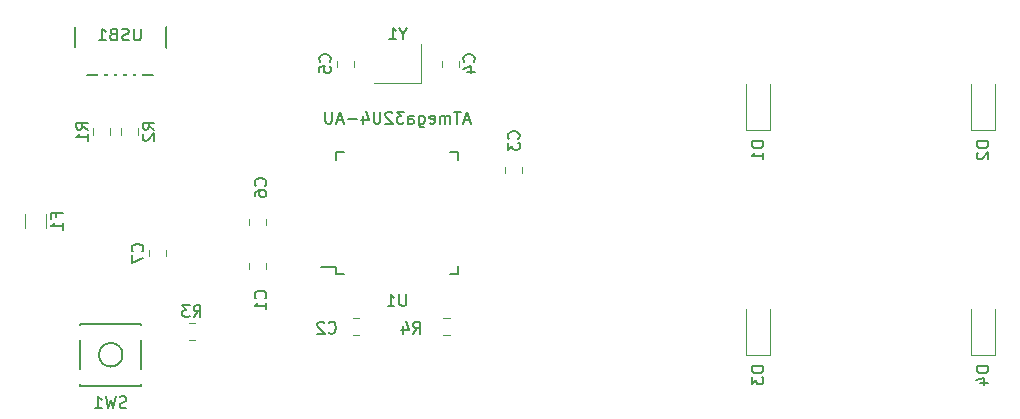
<source format=gbr>
G04 #@! TF.GenerationSoftware,KiCad,Pcbnew,(5.1.4)-1*
G04 #@! TF.CreationDate,2020-08-06T20:10:08-07:00*
G04 #@! TF.ProjectId,ai03-pcb-guide,61693033-2d70-4636-922d-67756964652e,rev?*
G04 #@! TF.SameCoordinates,Original*
G04 #@! TF.FileFunction,Legend,Bot*
G04 #@! TF.FilePolarity,Positive*
%FSLAX46Y46*%
G04 Gerber Fmt 4.6, Leading zero omitted, Abs format (unit mm)*
G04 Created by KiCad (PCBNEW (5.1.4)-1) date 2020-08-06 20:10:08*
%MOMM*%
%LPD*%
G04 APERTURE LIST*
%ADD10C,0.150000*%
%ADD11C,0.120000*%
%ADD12R,0.652000X1.602000*%
%ADD13R,1.602000X0.652000*%
%ADD14R,1.502000X1.302000*%
%ADD15O,1.802000X2.802000*%
%ADD16R,0.602000X2.352000*%
%ADD17R,1.902000X1.202000*%
%ADD18C,0.100000*%
%ADD19C,1.077000*%
%ADD20C,1.852000*%
%ADD21C,2.352000*%
%ADD22C,4.089800*%
%ADD23C,2.352000*%
%ADD24C,1.352000*%
%ADD25R,1.302000X1.002000*%
G04 APERTURE END LIST*
D10*
X61119000Y-71021000D02*
X59844000Y-71021000D01*
X71469000Y-71596000D02*
X70794000Y-71596000D01*
X71469000Y-61246000D02*
X70794000Y-61246000D01*
X61119000Y-61246000D02*
X61794000Y-61246000D01*
X61119000Y-71596000D02*
X61794000Y-71596000D01*
X61119000Y-61246000D02*
X61119000Y-61921000D01*
X71469000Y-61246000D02*
X71469000Y-61921000D01*
X71469000Y-71596000D02*
X71469000Y-70921000D01*
X61119000Y-71596000D02*
X61119000Y-71021000D01*
D11*
X68325750Y-55402750D02*
X64325750Y-55402750D01*
X68325750Y-52102750D02*
X68325750Y-55402750D01*
D10*
X38980750Y-49348000D02*
X38980750Y-54798000D01*
X46680750Y-49348000D02*
X46680750Y-54798000D01*
X38980750Y-54798000D02*
X46680750Y-54798000D01*
X44637000Y-75854250D02*
X39437000Y-75854250D01*
X39437000Y-75854250D02*
X39437000Y-81054250D01*
X39437000Y-81054250D02*
X44637000Y-81054250D01*
X44637000Y-81054250D02*
X44637000Y-75854250D01*
X43037000Y-78454250D02*
G75*
G03X43037000Y-78454250I-1000000J0D01*
G01*
D11*
X70209672Y-75363000D02*
X70726828Y-75363000D01*
X70209672Y-76783000D02*
X70726828Y-76783000D01*
X49153578Y-77164000D02*
X48636422Y-77164000D01*
X49153578Y-75744000D02*
X48636422Y-75744000D01*
X42914500Y-59806578D02*
X42914500Y-59289422D01*
X44334500Y-59806578D02*
X44334500Y-59289422D01*
X40533250Y-59806578D02*
X40533250Y-59289422D01*
X41953250Y-59806578D02*
X41953250Y-59289422D01*
X34777000Y-67756314D02*
X34777000Y-66552186D01*
X36597000Y-67756314D02*
X36597000Y-66552186D01*
X116887500Y-78512500D02*
X116887500Y-74612500D01*
X114887500Y-78512500D02*
X114887500Y-74612500D01*
X116887500Y-78512500D02*
X114887500Y-78512500D01*
X116887500Y-59462500D02*
X116887500Y-55562500D01*
X114887500Y-59462500D02*
X114887500Y-55562500D01*
X116887500Y-59462500D02*
X114887500Y-59462500D01*
X97837500Y-78512500D02*
X97837500Y-74612500D01*
X95837500Y-78512500D02*
X95837500Y-74612500D01*
X97837500Y-78512500D02*
X95837500Y-78512500D01*
X97837500Y-59462500D02*
X97837500Y-55562500D01*
X95837500Y-59462500D02*
X95837500Y-55562500D01*
X97837500Y-59462500D02*
X95837500Y-59462500D01*
X45295750Y-69608172D02*
X45295750Y-70125328D01*
X46715750Y-69608172D02*
X46715750Y-70125328D01*
X55193000Y-66972922D02*
X55193000Y-67490078D01*
X53773000Y-66972922D02*
X53773000Y-67490078D01*
X62590750Y-53542672D02*
X62590750Y-54059828D01*
X61170750Y-53542672D02*
X61170750Y-54059828D01*
X70060750Y-54059828D02*
X70060750Y-53542672D01*
X71480750Y-54059828D02*
X71480750Y-53542672D01*
X75458250Y-63075078D02*
X75458250Y-62557922D01*
X76878250Y-63075078D02*
X76878250Y-62557922D01*
X62559672Y-75363000D02*
X63076828Y-75363000D01*
X62559672Y-76783000D02*
X63076828Y-76783000D01*
X53773000Y-71171328D02*
X53773000Y-70654172D01*
X55193000Y-71171328D02*
X55193000Y-70654172D01*
D10*
X67055904Y-73323380D02*
X67055904Y-74132904D01*
X67008285Y-74228142D01*
X66960666Y-74275761D01*
X66865428Y-74323380D01*
X66674952Y-74323380D01*
X66579714Y-74275761D01*
X66532095Y-74228142D01*
X66484476Y-74132904D01*
X66484476Y-73323380D01*
X65484476Y-74323380D02*
X66055904Y-74323380D01*
X65770190Y-74323380D02*
X65770190Y-73323380D01*
X65865428Y-73466238D01*
X65960666Y-73561476D01*
X66055904Y-73609095D01*
X72436857Y-58586666D02*
X71960666Y-58586666D01*
X72532095Y-58872380D02*
X72198761Y-57872380D01*
X71865428Y-58872380D01*
X71674952Y-57872380D02*
X71103523Y-57872380D01*
X71389238Y-58872380D02*
X71389238Y-57872380D01*
X70770190Y-58872380D02*
X70770190Y-58205714D01*
X70770190Y-58300952D02*
X70722571Y-58253333D01*
X70627333Y-58205714D01*
X70484476Y-58205714D01*
X70389238Y-58253333D01*
X70341619Y-58348571D01*
X70341619Y-58872380D01*
X70341619Y-58348571D02*
X70294000Y-58253333D01*
X70198761Y-58205714D01*
X70055904Y-58205714D01*
X69960666Y-58253333D01*
X69913047Y-58348571D01*
X69913047Y-58872380D01*
X69055904Y-58824761D02*
X69151142Y-58872380D01*
X69341619Y-58872380D01*
X69436857Y-58824761D01*
X69484476Y-58729523D01*
X69484476Y-58348571D01*
X69436857Y-58253333D01*
X69341619Y-58205714D01*
X69151142Y-58205714D01*
X69055904Y-58253333D01*
X69008285Y-58348571D01*
X69008285Y-58443809D01*
X69484476Y-58539047D01*
X68151142Y-58205714D02*
X68151142Y-59015238D01*
X68198761Y-59110476D01*
X68246380Y-59158095D01*
X68341619Y-59205714D01*
X68484476Y-59205714D01*
X68579714Y-59158095D01*
X68151142Y-58824761D02*
X68246380Y-58872380D01*
X68436857Y-58872380D01*
X68532095Y-58824761D01*
X68579714Y-58777142D01*
X68627333Y-58681904D01*
X68627333Y-58396190D01*
X68579714Y-58300952D01*
X68532095Y-58253333D01*
X68436857Y-58205714D01*
X68246380Y-58205714D01*
X68151142Y-58253333D01*
X67246380Y-58872380D02*
X67246380Y-58348571D01*
X67294000Y-58253333D01*
X67389238Y-58205714D01*
X67579714Y-58205714D01*
X67674952Y-58253333D01*
X67246380Y-58824761D02*
X67341619Y-58872380D01*
X67579714Y-58872380D01*
X67674952Y-58824761D01*
X67722571Y-58729523D01*
X67722571Y-58634285D01*
X67674952Y-58539047D01*
X67579714Y-58491428D01*
X67341619Y-58491428D01*
X67246380Y-58443809D01*
X66865428Y-57872380D02*
X66246380Y-57872380D01*
X66579714Y-58253333D01*
X66436857Y-58253333D01*
X66341619Y-58300952D01*
X66294000Y-58348571D01*
X66246380Y-58443809D01*
X66246380Y-58681904D01*
X66294000Y-58777142D01*
X66341619Y-58824761D01*
X66436857Y-58872380D01*
X66722571Y-58872380D01*
X66817809Y-58824761D01*
X66865428Y-58777142D01*
X65865428Y-57967619D02*
X65817809Y-57920000D01*
X65722571Y-57872380D01*
X65484476Y-57872380D01*
X65389238Y-57920000D01*
X65341619Y-57967619D01*
X65294000Y-58062857D01*
X65294000Y-58158095D01*
X65341619Y-58300952D01*
X65913047Y-58872380D01*
X65294000Y-58872380D01*
X64865428Y-57872380D02*
X64865428Y-58681904D01*
X64817809Y-58777142D01*
X64770190Y-58824761D01*
X64674952Y-58872380D01*
X64484476Y-58872380D01*
X64389238Y-58824761D01*
X64341619Y-58777142D01*
X64294000Y-58681904D01*
X64294000Y-57872380D01*
X63389238Y-58205714D02*
X63389238Y-58872380D01*
X63627333Y-57824761D02*
X63865428Y-58539047D01*
X63246380Y-58539047D01*
X62865428Y-58491428D02*
X62103523Y-58491428D01*
X61674952Y-58586666D02*
X61198761Y-58586666D01*
X61770190Y-58872380D02*
X61436857Y-57872380D01*
X61103523Y-58872380D01*
X60770190Y-57872380D02*
X60770190Y-58681904D01*
X60722571Y-58777142D01*
X60674952Y-58824761D01*
X60579714Y-58872380D01*
X60389238Y-58872380D01*
X60294000Y-58824761D01*
X60246380Y-58777142D01*
X60198761Y-58681904D01*
X60198761Y-57872380D01*
X66801940Y-51278940D02*
X66801940Y-51755130D01*
X67135273Y-50755130D02*
X66801940Y-51278940D01*
X66468607Y-50755130D01*
X65611464Y-51755130D02*
X66182892Y-51755130D01*
X65897178Y-51755130D02*
X65897178Y-50755130D01*
X65992416Y-50897988D01*
X66087654Y-50993226D01*
X66182892Y-51040845D01*
X44568845Y-50832380D02*
X44568845Y-51641904D01*
X44521226Y-51737142D01*
X44473607Y-51784761D01*
X44378369Y-51832380D01*
X44187892Y-51832380D01*
X44092654Y-51784761D01*
X44045035Y-51737142D01*
X43997416Y-51641904D01*
X43997416Y-50832380D01*
X43568845Y-51784761D02*
X43425988Y-51832380D01*
X43187892Y-51832380D01*
X43092654Y-51784761D01*
X43045035Y-51737142D01*
X42997416Y-51641904D01*
X42997416Y-51546666D01*
X43045035Y-51451428D01*
X43092654Y-51403809D01*
X43187892Y-51356190D01*
X43378369Y-51308571D01*
X43473607Y-51260952D01*
X43521226Y-51213333D01*
X43568845Y-51118095D01*
X43568845Y-51022857D01*
X43521226Y-50927619D01*
X43473607Y-50880000D01*
X43378369Y-50832380D01*
X43140273Y-50832380D01*
X42997416Y-50880000D01*
X42235511Y-51308571D02*
X42092654Y-51356190D01*
X42045035Y-51403809D01*
X41997416Y-51499047D01*
X41997416Y-51641904D01*
X42045035Y-51737142D01*
X42092654Y-51784761D01*
X42187892Y-51832380D01*
X42568845Y-51832380D01*
X42568845Y-50832380D01*
X42235511Y-50832380D01*
X42140273Y-50880000D01*
X42092654Y-50927619D01*
X42045035Y-51022857D01*
X42045035Y-51118095D01*
X42092654Y-51213333D01*
X42140273Y-51260952D01*
X42235511Y-51308571D01*
X42568845Y-51308571D01*
X41045035Y-51832380D02*
X41616464Y-51832380D01*
X41330750Y-51832380D02*
X41330750Y-50832380D01*
X41425988Y-50975238D01*
X41521226Y-51070476D01*
X41616464Y-51118095D01*
X43370333Y-82923011D02*
X43227476Y-82970630D01*
X42989380Y-82970630D01*
X42894142Y-82923011D01*
X42846523Y-82875392D01*
X42798904Y-82780154D01*
X42798904Y-82684916D01*
X42846523Y-82589678D01*
X42894142Y-82542059D01*
X42989380Y-82494440D01*
X43179857Y-82446821D01*
X43275095Y-82399202D01*
X43322714Y-82351583D01*
X43370333Y-82256345D01*
X43370333Y-82161107D01*
X43322714Y-82065869D01*
X43275095Y-82018250D01*
X43179857Y-81970630D01*
X42941761Y-81970630D01*
X42798904Y-82018250D01*
X42465571Y-81970630D02*
X42227476Y-82970630D01*
X42037000Y-82256345D01*
X41846523Y-82970630D01*
X41608428Y-81970630D01*
X40703666Y-82970630D02*
X41275095Y-82970630D01*
X40989380Y-82970630D02*
X40989380Y-81970630D01*
X41084619Y-82113488D01*
X41179857Y-82208726D01*
X41275095Y-82256345D01*
X67635416Y-76652380D02*
X67968750Y-76176190D01*
X68206845Y-76652380D02*
X68206845Y-75652380D01*
X67825892Y-75652380D01*
X67730654Y-75700000D01*
X67683035Y-75747619D01*
X67635416Y-75842857D01*
X67635416Y-75985714D01*
X67683035Y-76080952D01*
X67730654Y-76128571D01*
X67825892Y-76176190D01*
X68206845Y-76176190D01*
X66778273Y-75985714D02*
X66778273Y-76652380D01*
X67016369Y-75604761D02*
X67254464Y-76319047D01*
X66635416Y-76319047D01*
X49061666Y-75256380D02*
X49395000Y-74780190D01*
X49633095Y-75256380D02*
X49633095Y-74256380D01*
X49252142Y-74256380D01*
X49156904Y-74304000D01*
X49109285Y-74351619D01*
X49061666Y-74446857D01*
X49061666Y-74589714D01*
X49109285Y-74684952D01*
X49156904Y-74732571D01*
X49252142Y-74780190D01*
X49633095Y-74780190D01*
X48728333Y-74256380D02*
X48109285Y-74256380D01*
X48442619Y-74637333D01*
X48299761Y-74637333D01*
X48204523Y-74684952D01*
X48156904Y-74732571D01*
X48109285Y-74827809D01*
X48109285Y-75065904D01*
X48156904Y-75161142D01*
X48204523Y-75208761D01*
X48299761Y-75256380D01*
X48585476Y-75256380D01*
X48680714Y-75208761D01*
X48728333Y-75161142D01*
X45726880Y-59381333D02*
X45250690Y-59048000D01*
X45726880Y-58809904D02*
X44726880Y-58809904D01*
X44726880Y-59190857D01*
X44774500Y-59286095D01*
X44822119Y-59333714D01*
X44917357Y-59381333D01*
X45060214Y-59381333D01*
X45155452Y-59333714D01*
X45203071Y-59286095D01*
X45250690Y-59190857D01*
X45250690Y-58809904D01*
X44822119Y-59762285D02*
X44774500Y-59809904D01*
X44726880Y-59905142D01*
X44726880Y-60143238D01*
X44774500Y-60238476D01*
X44822119Y-60286095D01*
X44917357Y-60333714D01*
X45012595Y-60333714D01*
X45155452Y-60286095D01*
X45726880Y-59714666D01*
X45726880Y-60333714D01*
X40108130Y-59381333D02*
X39631940Y-59048000D01*
X40108130Y-58809904D02*
X39108130Y-58809904D01*
X39108130Y-59190857D01*
X39155750Y-59286095D01*
X39203369Y-59333714D01*
X39298607Y-59381333D01*
X39441464Y-59381333D01*
X39536702Y-59333714D01*
X39584321Y-59286095D01*
X39631940Y-59190857D01*
X39631940Y-58809904D01*
X40108130Y-60333714D02*
X40108130Y-59762285D01*
X40108130Y-60048000D02*
X39108130Y-60048000D01*
X39250988Y-59952761D01*
X39346226Y-59857523D01*
X39393845Y-59762285D01*
X37435571Y-66820916D02*
X37435571Y-66487583D01*
X37959380Y-66487583D02*
X36959380Y-66487583D01*
X36959380Y-66963773D01*
X37959380Y-67868535D02*
X37959380Y-67297107D01*
X37959380Y-67582821D02*
X36959380Y-67582821D01*
X37102238Y-67487583D01*
X37197476Y-67392345D01*
X37245095Y-67297107D01*
X116339880Y-79430654D02*
X115339880Y-79430654D01*
X115339880Y-79668750D01*
X115387500Y-79811607D01*
X115482738Y-79906845D01*
X115577976Y-79954464D01*
X115768452Y-80002083D01*
X115911309Y-80002083D01*
X116101785Y-79954464D01*
X116197023Y-79906845D01*
X116292261Y-79811607D01*
X116339880Y-79668750D01*
X116339880Y-79430654D01*
X115673214Y-80859226D02*
X116339880Y-80859226D01*
X115292261Y-80621130D02*
X116006547Y-80383035D01*
X116006547Y-81002083D01*
X116339880Y-60380654D02*
X115339880Y-60380654D01*
X115339880Y-60618750D01*
X115387500Y-60761607D01*
X115482738Y-60856845D01*
X115577976Y-60904464D01*
X115768452Y-60952083D01*
X115911309Y-60952083D01*
X116101785Y-60904464D01*
X116197023Y-60856845D01*
X116292261Y-60761607D01*
X116339880Y-60618750D01*
X116339880Y-60380654D01*
X115435119Y-61333035D02*
X115387500Y-61380654D01*
X115339880Y-61475892D01*
X115339880Y-61713988D01*
X115387500Y-61809226D01*
X115435119Y-61856845D01*
X115530357Y-61904464D01*
X115625595Y-61904464D01*
X115768452Y-61856845D01*
X116339880Y-61285416D01*
X116339880Y-61904464D01*
X97289880Y-79430654D02*
X96289880Y-79430654D01*
X96289880Y-79668750D01*
X96337500Y-79811607D01*
X96432738Y-79906845D01*
X96527976Y-79954464D01*
X96718452Y-80002083D01*
X96861309Y-80002083D01*
X97051785Y-79954464D01*
X97147023Y-79906845D01*
X97242261Y-79811607D01*
X97289880Y-79668750D01*
X97289880Y-79430654D01*
X96289880Y-80335416D02*
X96289880Y-80954464D01*
X96670833Y-80621130D01*
X96670833Y-80763988D01*
X96718452Y-80859226D01*
X96766071Y-80906845D01*
X96861309Y-80954464D01*
X97099404Y-80954464D01*
X97194642Y-80906845D01*
X97242261Y-80859226D01*
X97289880Y-80763988D01*
X97289880Y-80478273D01*
X97242261Y-80383035D01*
X97194642Y-80335416D01*
X97289880Y-60380654D02*
X96289880Y-60380654D01*
X96289880Y-60618750D01*
X96337500Y-60761607D01*
X96432738Y-60856845D01*
X96527976Y-60904464D01*
X96718452Y-60952083D01*
X96861309Y-60952083D01*
X97051785Y-60904464D01*
X97147023Y-60856845D01*
X97242261Y-60761607D01*
X97289880Y-60618750D01*
X97289880Y-60380654D01*
X97289880Y-61904464D02*
X97289880Y-61333035D01*
X97289880Y-61618750D02*
X96289880Y-61618750D01*
X96432738Y-61523511D01*
X96527976Y-61428273D01*
X96575595Y-61333035D01*
X44712892Y-69700083D02*
X44760511Y-69652464D01*
X44808130Y-69509607D01*
X44808130Y-69414369D01*
X44760511Y-69271511D01*
X44665273Y-69176273D01*
X44570035Y-69128654D01*
X44379559Y-69081035D01*
X44236702Y-69081035D01*
X44046226Y-69128654D01*
X43950988Y-69176273D01*
X43855750Y-69271511D01*
X43808130Y-69414369D01*
X43808130Y-69509607D01*
X43855750Y-69652464D01*
X43903369Y-69700083D01*
X43808130Y-70033416D02*
X43808130Y-70700083D01*
X44808130Y-70271511D01*
X55125892Y-64127083D02*
X55173511Y-64079464D01*
X55221130Y-63936607D01*
X55221130Y-63841369D01*
X55173511Y-63698511D01*
X55078273Y-63603273D01*
X54983035Y-63555654D01*
X54792559Y-63508035D01*
X54649702Y-63508035D01*
X54459226Y-63555654D01*
X54363988Y-63603273D01*
X54268750Y-63698511D01*
X54221130Y-63841369D01*
X54221130Y-63936607D01*
X54268750Y-64079464D01*
X54316369Y-64127083D01*
X54221130Y-64984226D02*
X54221130Y-64793750D01*
X54268750Y-64698511D01*
X54316369Y-64650892D01*
X54459226Y-64555654D01*
X54649702Y-64508035D01*
X55030654Y-64508035D01*
X55125892Y-64555654D01*
X55173511Y-64603273D01*
X55221130Y-64698511D01*
X55221130Y-64888988D01*
X55173511Y-64984226D01*
X55125892Y-65031845D01*
X55030654Y-65079464D01*
X54792559Y-65079464D01*
X54697321Y-65031845D01*
X54649702Y-64984226D01*
X54602083Y-64888988D01*
X54602083Y-64698511D01*
X54649702Y-64603273D01*
X54697321Y-64555654D01*
X54792559Y-64508035D01*
X60587892Y-53634583D02*
X60635511Y-53586964D01*
X60683130Y-53444107D01*
X60683130Y-53348869D01*
X60635511Y-53206011D01*
X60540273Y-53110773D01*
X60445035Y-53063154D01*
X60254559Y-53015535D01*
X60111702Y-53015535D01*
X59921226Y-53063154D01*
X59825988Y-53110773D01*
X59730750Y-53206011D01*
X59683130Y-53348869D01*
X59683130Y-53444107D01*
X59730750Y-53586964D01*
X59778369Y-53634583D01*
X59683130Y-54539345D02*
X59683130Y-54063154D01*
X60159321Y-54015535D01*
X60111702Y-54063154D01*
X60064083Y-54158392D01*
X60064083Y-54396488D01*
X60111702Y-54491726D01*
X60159321Y-54539345D01*
X60254559Y-54586964D01*
X60492654Y-54586964D01*
X60587892Y-54539345D01*
X60635511Y-54491726D01*
X60683130Y-54396488D01*
X60683130Y-54158392D01*
X60635511Y-54063154D01*
X60587892Y-54015535D01*
X72777892Y-53634583D02*
X72825511Y-53586964D01*
X72873130Y-53444107D01*
X72873130Y-53348869D01*
X72825511Y-53206011D01*
X72730273Y-53110773D01*
X72635035Y-53063154D01*
X72444559Y-53015535D01*
X72301702Y-53015535D01*
X72111226Y-53063154D01*
X72015988Y-53110773D01*
X71920750Y-53206011D01*
X71873130Y-53348869D01*
X71873130Y-53444107D01*
X71920750Y-53586964D01*
X71968369Y-53634583D01*
X72206464Y-54491726D02*
X72873130Y-54491726D01*
X71825511Y-54253630D02*
X72539797Y-54015535D01*
X72539797Y-54634583D01*
X76557142Y-60158333D02*
X76604761Y-60110714D01*
X76652380Y-59967857D01*
X76652380Y-59872619D01*
X76604761Y-59729761D01*
X76509523Y-59634523D01*
X76414285Y-59586904D01*
X76223809Y-59539285D01*
X76080952Y-59539285D01*
X75890476Y-59586904D01*
X75795238Y-59634523D01*
X75700000Y-59729761D01*
X75652380Y-59872619D01*
X75652380Y-59967857D01*
X75700000Y-60110714D01*
X75747619Y-60158333D01*
X75652380Y-60491666D02*
X75652380Y-61110714D01*
X76033333Y-60777380D01*
X76033333Y-60920238D01*
X76080952Y-61015476D01*
X76128571Y-61063095D01*
X76223809Y-61110714D01*
X76461904Y-61110714D01*
X76557142Y-61063095D01*
X76604761Y-61015476D01*
X76652380Y-60920238D01*
X76652380Y-60634523D01*
X76604761Y-60539285D01*
X76557142Y-60491666D01*
X60491666Y-76557142D02*
X60539285Y-76604761D01*
X60682142Y-76652380D01*
X60777380Y-76652380D01*
X60920238Y-76604761D01*
X61015476Y-76509523D01*
X61063095Y-76414285D01*
X61110714Y-76223809D01*
X61110714Y-76080952D01*
X61063095Y-75890476D01*
X61015476Y-75795238D01*
X60920238Y-75700000D01*
X60777380Y-75652380D01*
X60682142Y-75652380D01*
X60539285Y-75700000D01*
X60491666Y-75747619D01*
X60110714Y-75747619D02*
X60063095Y-75700000D01*
X59967857Y-75652380D01*
X59729761Y-75652380D01*
X59634523Y-75700000D01*
X59586904Y-75747619D01*
X59539285Y-75842857D01*
X59539285Y-75938095D01*
X59586904Y-76080952D01*
X60158333Y-76652380D01*
X59539285Y-76652380D01*
X55125892Y-73652083D02*
X55173511Y-73604464D01*
X55221130Y-73461607D01*
X55221130Y-73366369D01*
X55173511Y-73223511D01*
X55078273Y-73128273D01*
X54983035Y-73080654D01*
X54792559Y-73033035D01*
X54649702Y-73033035D01*
X54459226Y-73080654D01*
X54363988Y-73128273D01*
X54268750Y-73223511D01*
X54221130Y-73366369D01*
X54221130Y-73461607D01*
X54268750Y-73604464D01*
X54316369Y-73652083D01*
X55221130Y-74604464D02*
X55221130Y-74033035D01*
X55221130Y-74318750D02*
X54221130Y-74318750D01*
X54363988Y-74223511D01*
X54459226Y-74128273D01*
X54506845Y-74033035D01*
%LPC*%
D12*
X62294000Y-72121000D03*
X63094000Y-72121000D03*
X63894000Y-72121000D03*
X64694000Y-72121000D03*
X65494000Y-72121000D03*
X66294000Y-72121000D03*
X67094000Y-72121000D03*
X67894000Y-72121000D03*
X68694000Y-72121000D03*
X69494000Y-72121000D03*
X70294000Y-72121000D03*
D13*
X71994000Y-70421000D03*
X71994000Y-69621000D03*
X71994000Y-68821000D03*
X71994000Y-68021000D03*
X71994000Y-67221000D03*
X71994000Y-66421000D03*
X71994000Y-65621000D03*
X71994000Y-64821000D03*
X71994000Y-64021000D03*
X71994000Y-63221000D03*
X71994000Y-62421000D03*
D12*
X70294000Y-60721000D03*
X69494000Y-60721000D03*
X68694000Y-60721000D03*
X67894000Y-60721000D03*
X67094000Y-60721000D03*
X66294000Y-60721000D03*
X65494000Y-60721000D03*
X64694000Y-60721000D03*
X63894000Y-60721000D03*
X63094000Y-60721000D03*
X62294000Y-60721000D03*
D13*
X60594000Y-62421000D03*
X60594000Y-63221000D03*
X60594000Y-64021000D03*
X60594000Y-64821000D03*
X60594000Y-65621000D03*
X60594000Y-66421000D03*
X60594000Y-67221000D03*
X60594000Y-68021000D03*
X60594000Y-68821000D03*
X60594000Y-69621000D03*
X60594000Y-70421000D03*
D14*
X67425750Y-52902750D03*
X65225750Y-52902750D03*
X65225750Y-54602750D03*
X67425750Y-54602750D03*
D15*
X39180750Y-49348000D03*
X46480750Y-49348000D03*
X46480750Y-53848000D03*
X39180750Y-53848000D03*
D16*
X41230750Y-53848000D03*
X42030750Y-53848000D03*
X42830750Y-53848000D03*
X43630750Y-53848000D03*
X44430750Y-53848000D03*
D17*
X45137000Y-80304250D03*
X38937000Y-76604250D03*
X45137000Y-76604250D03*
X38937000Y-80304250D03*
D18*
G36*
X71701391Y-75323297D02*
G01*
X71727528Y-75327174D01*
X71753159Y-75333594D01*
X71778038Y-75342495D01*
X71801924Y-75353793D01*
X71824587Y-75367377D01*
X71845810Y-75383117D01*
X71865389Y-75400861D01*
X71883133Y-75420440D01*
X71898873Y-75441663D01*
X71912457Y-75464326D01*
X71923755Y-75488212D01*
X71932656Y-75513091D01*
X71939076Y-75538722D01*
X71942953Y-75564859D01*
X71944250Y-75591250D01*
X71944250Y-76554750D01*
X71942953Y-76581141D01*
X71939076Y-76607278D01*
X71932656Y-76632909D01*
X71923755Y-76657788D01*
X71912457Y-76681674D01*
X71898873Y-76704337D01*
X71883133Y-76725560D01*
X71865389Y-76745139D01*
X71845810Y-76762883D01*
X71824587Y-76778623D01*
X71801924Y-76792207D01*
X71778038Y-76803505D01*
X71753159Y-76812406D01*
X71727528Y-76818826D01*
X71701391Y-76822703D01*
X71675000Y-76824000D01*
X71136500Y-76824000D01*
X71110109Y-76822703D01*
X71083972Y-76818826D01*
X71058341Y-76812406D01*
X71033462Y-76803505D01*
X71009576Y-76792207D01*
X70986913Y-76778623D01*
X70965690Y-76762883D01*
X70946111Y-76745139D01*
X70928367Y-76725560D01*
X70912627Y-76704337D01*
X70899043Y-76681674D01*
X70887745Y-76657788D01*
X70878844Y-76632909D01*
X70872424Y-76607278D01*
X70868547Y-76581141D01*
X70867250Y-76554750D01*
X70867250Y-75591250D01*
X70868547Y-75564859D01*
X70872424Y-75538722D01*
X70878844Y-75513091D01*
X70887745Y-75488212D01*
X70899043Y-75464326D01*
X70912627Y-75441663D01*
X70928367Y-75420440D01*
X70946111Y-75400861D01*
X70965690Y-75383117D01*
X70986913Y-75367377D01*
X71009576Y-75353793D01*
X71033462Y-75342495D01*
X71058341Y-75333594D01*
X71083972Y-75327174D01*
X71110109Y-75323297D01*
X71136500Y-75322000D01*
X71675000Y-75322000D01*
X71701391Y-75323297D01*
X71701391Y-75323297D01*
G37*
D19*
X71405750Y-76073000D03*
D18*
G36*
X69826391Y-75323297D02*
G01*
X69852528Y-75327174D01*
X69878159Y-75333594D01*
X69903038Y-75342495D01*
X69926924Y-75353793D01*
X69949587Y-75367377D01*
X69970810Y-75383117D01*
X69990389Y-75400861D01*
X70008133Y-75420440D01*
X70023873Y-75441663D01*
X70037457Y-75464326D01*
X70048755Y-75488212D01*
X70057656Y-75513091D01*
X70064076Y-75538722D01*
X70067953Y-75564859D01*
X70069250Y-75591250D01*
X70069250Y-76554750D01*
X70067953Y-76581141D01*
X70064076Y-76607278D01*
X70057656Y-76632909D01*
X70048755Y-76657788D01*
X70037457Y-76681674D01*
X70023873Y-76704337D01*
X70008133Y-76725560D01*
X69990389Y-76745139D01*
X69970810Y-76762883D01*
X69949587Y-76778623D01*
X69926924Y-76792207D01*
X69903038Y-76803505D01*
X69878159Y-76812406D01*
X69852528Y-76818826D01*
X69826391Y-76822703D01*
X69800000Y-76824000D01*
X69261500Y-76824000D01*
X69235109Y-76822703D01*
X69208972Y-76818826D01*
X69183341Y-76812406D01*
X69158462Y-76803505D01*
X69134576Y-76792207D01*
X69111913Y-76778623D01*
X69090690Y-76762883D01*
X69071111Y-76745139D01*
X69053367Y-76725560D01*
X69037627Y-76704337D01*
X69024043Y-76681674D01*
X69012745Y-76657788D01*
X69003844Y-76632909D01*
X68997424Y-76607278D01*
X68993547Y-76581141D01*
X68992250Y-76554750D01*
X68992250Y-75591250D01*
X68993547Y-75564859D01*
X68997424Y-75538722D01*
X69003844Y-75513091D01*
X69012745Y-75488212D01*
X69024043Y-75464326D01*
X69037627Y-75441663D01*
X69053367Y-75420440D01*
X69071111Y-75400861D01*
X69090690Y-75383117D01*
X69111913Y-75367377D01*
X69134576Y-75353793D01*
X69158462Y-75342495D01*
X69183341Y-75333594D01*
X69208972Y-75327174D01*
X69235109Y-75323297D01*
X69261500Y-75322000D01*
X69800000Y-75322000D01*
X69826391Y-75323297D01*
X69826391Y-75323297D01*
G37*
D19*
X69530750Y-76073000D03*
D18*
G36*
X48253141Y-75704297D02*
G01*
X48279278Y-75708174D01*
X48304909Y-75714594D01*
X48329788Y-75723495D01*
X48353674Y-75734793D01*
X48376337Y-75748377D01*
X48397560Y-75764117D01*
X48417139Y-75781861D01*
X48434883Y-75801440D01*
X48450623Y-75822663D01*
X48464207Y-75845326D01*
X48475505Y-75869212D01*
X48484406Y-75894091D01*
X48490826Y-75919722D01*
X48494703Y-75945859D01*
X48496000Y-75972250D01*
X48496000Y-76935750D01*
X48494703Y-76962141D01*
X48490826Y-76988278D01*
X48484406Y-77013909D01*
X48475505Y-77038788D01*
X48464207Y-77062674D01*
X48450623Y-77085337D01*
X48434883Y-77106560D01*
X48417139Y-77126139D01*
X48397560Y-77143883D01*
X48376337Y-77159623D01*
X48353674Y-77173207D01*
X48329788Y-77184505D01*
X48304909Y-77193406D01*
X48279278Y-77199826D01*
X48253141Y-77203703D01*
X48226750Y-77205000D01*
X47688250Y-77205000D01*
X47661859Y-77203703D01*
X47635722Y-77199826D01*
X47610091Y-77193406D01*
X47585212Y-77184505D01*
X47561326Y-77173207D01*
X47538663Y-77159623D01*
X47517440Y-77143883D01*
X47497861Y-77126139D01*
X47480117Y-77106560D01*
X47464377Y-77085337D01*
X47450793Y-77062674D01*
X47439495Y-77038788D01*
X47430594Y-77013909D01*
X47424174Y-76988278D01*
X47420297Y-76962141D01*
X47419000Y-76935750D01*
X47419000Y-75972250D01*
X47420297Y-75945859D01*
X47424174Y-75919722D01*
X47430594Y-75894091D01*
X47439495Y-75869212D01*
X47450793Y-75845326D01*
X47464377Y-75822663D01*
X47480117Y-75801440D01*
X47497861Y-75781861D01*
X47517440Y-75764117D01*
X47538663Y-75748377D01*
X47561326Y-75734793D01*
X47585212Y-75723495D01*
X47610091Y-75714594D01*
X47635722Y-75708174D01*
X47661859Y-75704297D01*
X47688250Y-75703000D01*
X48226750Y-75703000D01*
X48253141Y-75704297D01*
X48253141Y-75704297D01*
G37*
D19*
X47957500Y-76454000D03*
D18*
G36*
X50128141Y-75704297D02*
G01*
X50154278Y-75708174D01*
X50179909Y-75714594D01*
X50204788Y-75723495D01*
X50228674Y-75734793D01*
X50251337Y-75748377D01*
X50272560Y-75764117D01*
X50292139Y-75781861D01*
X50309883Y-75801440D01*
X50325623Y-75822663D01*
X50339207Y-75845326D01*
X50350505Y-75869212D01*
X50359406Y-75894091D01*
X50365826Y-75919722D01*
X50369703Y-75945859D01*
X50371000Y-75972250D01*
X50371000Y-76935750D01*
X50369703Y-76962141D01*
X50365826Y-76988278D01*
X50359406Y-77013909D01*
X50350505Y-77038788D01*
X50339207Y-77062674D01*
X50325623Y-77085337D01*
X50309883Y-77106560D01*
X50292139Y-77126139D01*
X50272560Y-77143883D01*
X50251337Y-77159623D01*
X50228674Y-77173207D01*
X50204788Y-77184505D01*
X50179909Y-77193406D01*
X50154278Y-77199826D01*
X50128141Y-77203703D01*
X50101750Y-77205000D01*
X49563250Y-77205000D01*
X49536859Y-77203703D01*
X49510722Y-77199826D01*
X49485091Y-77193406D01*
X49460212Y-77184505D01*
X49436326Y-77173207D01*
X49413663Y-77159623D01*
X49392440Y-77143883D01*
X49372861Y-77126139D01*
X49355117Y-77106560D01*
X49339377Y-77085337D01*
X49325793Y-77062674D01*
X49314495Y-77038788D01*
X49305594Y-77013909D01*
X49299174Y-76988278D01*
X49295297Y-76962141D01*
X49294000Y-76935750D01*
X49294000Y-75972250D01*
X49295297Y-75945859D01*
X49299174Y-75919722D01*
X49305594Y-75894091D01*
X49314495Y-75869212D01*
X49325793Y-75845326D01*
X49339377Y-75822663D01*
X49355117Y-75801440D01*
X49372861Y-75781861D01*
X49392440Y-75764117D01*
X49413663Y-75748377D01*
X49436326Y-75734793D01*
X49460212Y-75723495D01*
X49485091Y-75714594D01*
X49510722Y-75708174D01*
X49536859Y-75704297D01*
X49563250Y-75703000D01*
X50101750Y-75703000D01*
X50128141Y-75704297D01*
X50128141Y-75704297D01*
G37*
D19*
X49832500Y-76454000D03*
D18*
G36*
X44132641Y-58073297D02*
G01*
X44158778Y-58077174D01*
X44184409Y-58083594D01*
X44209288Y-58092495D01*
X44233174Y-58103793D01*
X44255837Y-58117377D01*
X44277060Y-58133117D01*
X44296639Y-58150861D01*
X44314383Y-58170440D01*
X44330123Y-58191663D01*
X44343707Y-58214326D01*
X44355005Y-58238212D01*
X44363906Y-58263091D01*
X44370326Y-58288722D01*
X44374203Y-58314859D01*
X44375500Y-58341250D01*
X44375500Y-58879750D01*
X44374203Y-58906141D01*
X44370326Y-58932278D01*
X44363906Y-58957909D01*
X44355005Y-58982788D01*
X44343707Y-59006674D01*
X44330123Y-59029337D01*
X44314383Y-59050560D01*
X44296639Y-59070139D01*
X44277060Y-59087883D01*
X44255837Y-59103623D01*
X44233174Y-59117207D01*
X44209288Y-59128505D01*
X44184409Y-59137406D01*
X44158778Y-59143826D01*
X44132641Y-59147703D01*
X44106250Y-59149000D01*
X43142750Y-59149000D01*
X43116359Y-59147703D01*
X43090222Y-59143826D01*
X43064591Y-59137406D01*
X43039712Y-59128505D01*
X43015826Y-59117207D01*
X42993163Y-59103623D01*
X42971940Y-59087883D01*
X42952361Y-59070139D01*
X42934617Y-59050560D01*
X42918877Y-59029337D01*
X42905293Y-59006674D01*
X42893995Y-58982788D01*
X42885094Y-58957909D01*
X42878674Y-58932278D01*
X42874797Y-58906141D01*
X42873500Y-58879750D01*
X42873500Y-58341250D01*
X42874797Y-58314859D01*
X42878674Y-58288722D01*
X42885094Y-58263091D01*
X42893995Y-58238212D01*
X42905293Y-58214326D01*
X42918877Y-58191663D01*
X42934617Y-58170440D01*
X42952361Y-58150861D01*
X42971940Y-58133117D01*
X42993163Y-58117377D01*
X43015826Y-58103793D01*
X43039712Y-58092495D01*
X43064591Y-58083594D01*
X43090222Y-58077174D01*
X43116359Y-58073297D01*
X43142750Y-58072000D01*
X44106250Y-58072000D01*
X44132641Y-58073297D01*
X44132641Y-58073297D01*
G37*
D19*
X43624500Y-58610500D03*
D18*
G36*
X44132641Y-59948297D02*
G01*
X44158778Y-59952174D01*
X44184409Y-59958594D01*
X44209288Y-59967495D01*
X44233174Y-59978793D01*
X44255837Y-59992377D01*
X44277060Y-60008117D01*
X44296639Y-60025861D01*
X44314383Y-60045440D01*
X44330123Y-60066663D01*
X44343707Y-60089326D01*
X44355005Y-60113212D01*
X44363906Y-60138091D01*
X44370326Y-60163722D01*
X44374203Y-60189859D01*
X44375500Y-60216250D01*
X44375500Y-60754750D01*
X44374203Y-60781141D01*
X44370326Y-60807278D01*
X44363906Y-60832909D01*
X44355005Y-60857788D01*
X44343707Y-60881674D01*
X44330123Y-60904337D01*
X44314383Y-60925560D01*
X44296639Y-60945139D01*
X44277060Y-60962883D01*
X44255837Y-60978623D01*
X44233174Y-60992207D01*
X44209288Y-61003505D01*
X44184409Y-61012406D01*
X44158778Y-61018826D01*
X44132641Y-61022703D01*
X44106250Y-61024000D01*
X43142750Y-61024000D01*
X43116359Y-61022703D01*
X43090222Y-61018826D01*
X43064591Y-61012406D01*
X43039712Y-61003505D01*
X43015826Y-60992207D01*
X42993163Y-60978623D01*
X42971940Y-60962883D01*
X42952361Y-60945139D01*
X42934617Y-60925560D01*
X42918877Y-60904337D01*
X42905293Y-60881674D01*
X42893995Y-60857788D01*
X42885094Y-60832909D01*
X42878674Y-60807278D01*
X42874797Y-60781141D01*
X42873500Y-60754750D01*
X42873500Y-60216250D01*
X42874797Y-60189859D01*
X42878674Y-60163722D01*
X42885094Y-60138091D01*
X42893995Y-60113212D01*
X42905293Y-60089326D01*
X42918877Y-60066663D01*
X42934617Y-60045440D01*
X42952361Y-60025861D01*
X42971940Y-60008117D01*
X42993163Y-59992377D01*
X43015826Y-59978793D01*
X43039712Y-59967495D01*
X43064591Y-59958594D01*
X43090222Y-59952174D01*
X43116359Y-59948297D01*
X43142750Y-59947000D01*
X44106250Y-59947000D01*
X44132641Y-59948297D01*
X44132641Y-59948297D01*
G37*
D19*
X43624500Y-60485500D03*
D18*
G36*
X41751391Y-58073297D02*
G01*
X41777528Y-58077174D01*
X41803159Y-58083594D01*
X41828038Y-58092495D01*
X41851924Y-58103793D01*
X41874587Y-58117377D01*
X41895810Y-58133117D01*
X41915389Y-58150861D01*
X41933133Y-58170440D01*
X41948873Y-58191663D01*
X41962457Y-58214326D01*
X41973755Y-58238212D01*
X41982656Y-58263091D01*
X41989076Y-58288722D01*
X41992953Y-58314859D01*
X41994250Y-58341250D01*
X41994250Y-58879750D01*
X41992953Y-58906141D01*
X41989076Y-58932278D01*
X41982656Y-58957909D01*
X41973755Y-58982788D01*
X41962457Y-59006674D01*
X41948873Y-59029337D01*
X41933133Y-59050560D01*
X41915389Y-59070139D01*
X41895810Y-59087883D01*
X41874587Y-59103623D01*
X41851924Y-59117207D01*
X41828038Y-59128505D01*
X41803159Y-59137406D01*
X41777528Y-59143826D01*
X41751391Y-59147703D01*
X41725000Y-59149000D01*
X40761500Y-59149000D01*
X40735109Y-59147703D01*
X40708972Y-59143826D01*
X40683341Y-59137406D01*
X40658462Y-59128505D01*
X40634576Y-59117207D01*
X40611913Y-59103623D01*
X40590690Y-59087883D01*
X40571111Y-59070139D01*
X40553367Y-59050560D01*
X40537627Y-59029337D01*
X40524043Y-59006674D01*
X40512745Y-58982788D01*
X40503844Y-58957909D01*
X40497424Y-58932278D01*
X40493547Y-58906141D01*
X40492250Y-58879750D01*
X40492250Y-58341250D01*
X40493547Y-58314859D01*
X40497424Y-58288722D01*
X40503844Y-58263091D01*
X40512745Y-58238212D01*
X40524043Y-58214326D01*
X40537627Y-58191663D01*
X40553367Y-58170440D01*
X40571111Y-58150861D01*
X40590690Y-58133117D01*
X40611913Y-58117377D01*
X40634576Y-58103793D01*
X40658462Y-58092495D01*
X40683341Y-58083594D01*
X40708972Y-58077174D01*
X40735109Y-58073297D01*
X40761500Y-58072000D01*
X41725000Y-58072000D01*
X41751391Y-58073297D01*
X41751391Y-58073297D01*
G37*
D19*
X41243250Y-58610500D03*
D18*
G36*
X41751391Y-59948297D02*
G01*
X41777528Y-59952174D01*
X41803159Y-59958594D01*
X41828038Y-59967495D01*
X41851924Y-59978793D01*
X41874587Y-59992377D01*
X41895810Y-60008117D01*
X41915389Y-60025861D01*
X41933133Y-60045440D01*
X41948873Y-60066663D01*
X41962457Y-60089326D01*
X41973755Y-60113212D01*
X41982656Y-60138091D01*
X41989076Y-60163722D01*
X41992953Y-60189859D01*
X41994250Y-60216250D01*
X41994250Y-60754750D01*
X41992953Y-60781141D01*
X41989076Y-60807278D01*
X41982656Y-60832909D01*
X41973755Y-60857788D01*
X41962457Y-60881674D01*
X41948873Y-60904337D01*
X41933133Y-60925560D01*
X41915389Y-60945139D01*
X41895810Y-60962883D01*
X41874587Y-60978623D01*
X41851924Y-60992207D01*
X41828038Y-61003505D01*
X41803159Y-61012406D01*
X41777528Y-61018826D01*
X41751391Y-61022703D01*
X41725000Y-61024000D01*
X40761500Y-61024000D01*
X40735109Y-61022703D01*
X40708972Y-61018826D01*
X40683341Y-61012406D01*
X40658462Y-61003505D01*
X40634576Y-60992207D01*
X40611913Y-60978623D01*
X40590690Y-60962883D01*
X40571111Y-60945139D01*
X40553367Y-60925560D01*
X40537627Y-60904337D01*
X40524043Y-60881674D01*
X40512745Y-60857788D01*
X40503844Y-60832909D01*
X40497424Y-60807278D01*
X40493547Y-60781141D01*
X40492250Y-60754750D01*
X40492250Y-60216250D01*
X40493547Y-60189859D01*
X40497424Y-60163722D01*
X40503844Y-60138091D01*
X40512745Y-60113212D01*
X40524043Y-60089326D01*
X40537627Y-60066663D01*
X40553367Y-60045440D01*
X40571111Y-60025861D01*
X40590690Y-60008117D01*
X40611913Y-59992377D01*
X40634576Y-59978793D01*
X40658462Y-59967495D01*
X40683341Y-59958594D01*
X40708972Y-59952174D01*
X40735109Y-59948297D01*
X40761500Y-59947000D01*
X41725000Y-59947000D01*
X41751391Y-59948297D01*
X41751391Y-59948297D01*
G37*
D19*
X41243250Y-60485500D03*
D20*
X113030000Y-76200000D03*
X102870000Y-76200000D03*
D21*
X105450000Y-72200000D03*
D22*
X107950000Y-76200000D03*
D21*
X104795001Y-72930000D03*
D23*
X104140000Y-73660000D02*
X105450002Y-72200000D01*
D21*
X110490000Y-71120000D03*
X110470000Y-71410000D03*
D23*
X110450000Y-71700000D02*
X110490000Y-71120000D01*
D20*
X113030000Y-57150000D03*
X102870000Y-57150000D03*
D21*
X105450000Y-53150000D03*
D22*
X107950000Y-57150000D03*
D21*
X104795001Y-53880000D03*
D23*
X104140000Y-54610000D02*
X105450002Y-53150000D01*
D21*
X110490000Y-52070000D03*
X110470000Y-52360000D03*
D23*
X110450000Y-52650000D02*
X110490000Y-52070000D01*
D20*
X93980000Y-76200000D03*
X83820000Y-76200000D03*
D21*
X86400000Y-72200000D03*
D22*
X88900000Y-76200000D03*
D21*
X85745001Y-72930000D03*
D23*
X85090000Y-73660000D02*
X86400002Y-72200000D01*
D21*
X91440000Y-71120000D03*
X91420000Y-71410000D03*
D23*
X91400000Y-71700000D02*
X91440000Y-71120000D01*
D20*
X93980000Y-57150000D03*
X83820000Y-57150000D03*
D21*
X86400000Y-53150000D03*
D22*
X88900000Y-57150000D03*
D21*
X85745001Y-53880000D03*
D23*
X85090000Y-54610000D02*
X86400002Y-53150000D01*
D21*
X91440000Y-52070000D03*
X91420000Y-52360000D03*
D23*
X91400000Y-52650000D02*
X91440000Y-52070000D01*
D18*
G36*
X36369104Y-65079552D02*
G01*
X36395352Y-65083446D01*
X36421093Y-65089893D01*
X36446078Y-65098833D01*
X36470066Y-65110178D01*
X36492826Y-65123821D01*
X36514140Y-65139628D01*
X36533802Y-65157448D01*
X36551622Y-65177110D01*
X36567429Y-65198424D01*
X36581072Y-65221184D01*
X36592417Y-65245172D01*
X36601357Y-65270157D01*
X36607804Y-65295898D01*
X36611698Y-65322146D01*
X36613000Y-65348650D01*
X36613000Y-66159850D01*
X36611698Y-66186354D01*
X36607804Y-66212602D01*
X36601357Y-66238343D01*
X36592417Y-66263328D01*
X36581072Y-66287316D01*
X36567429Y-66310076D01*
X36551622Y-66331390D01*
X36533802Y-66351052D01*
X36514140Y-66368872D01*
X36492826Y-66384679D01*
X36470066Y-66398322D01*
X36446078Y-66409667D01*
X36421093Y-66418607D01*
X36395352Y-66425054D01*
X36369104Y-66428948D01*
X36342600Y-66430250D01*
X35031400Y-66430250D01*
X35004896Y-66428948D01*
X34978648Y-66425054D01*
X34952907Y-66418607D01*
X34927922Y-66409667D01*
X34903934Y-66398322D01*
X34881174Y-66384679D01*
X34859860Y-66368872D01*
X34840198Y-66351052D01*
X34822378Y-66331390D01*
X34806571Y-66310076D01*
X34792928Y-66287316D01*
X34781583Y-66263328D01*
X34772643Y-66238343D01*
X34766196Y-66212602D01*
X34762302Y-66186354D01*
X34761000Y-66159850D01*
X34761000Y-65348650D01*
X34762302Y-65322146D01*
X34766196Y-65295898D01*
X34772643Y-65270157D01*
X34781583Y-65245172D01*
X34792928Y-65221184D01*
X34806571Y-65198424D01*
X34822378Y-65177110D01*
X34840198Y-65157448D01*
X34859860Y-65139628D01*
X34881174Y-65123821D01*
X34903934Y-65110178D01*
X34927922Y-65098833D01*
X34952907Y-65089893D01*
X34978648Y-65083446D01*
X35004896Y-65079552D01*
X35031400Y-65078250D01*
X36342600Y-65078250D01*
X36369104Y-65079552D01*
X36369104Y-65079552D01*
G37*
D24*
X35687000Y-65754250D03*
D18*
G36*
X36369104Y-67879552D02*
G01*
X36395352Y-67883446D01*
X36421093Y-67889893D01*
X36446078Y-67898833D01*
X36470066Y-67910178D01*
X36492826Y-67923821D01*
X36514140Y-67939628D01*
X36533802Y-67957448D01*
X36551622Y-67977110D01*
X36567429Y-67998424D01*
X36581072Y-68021184D01*
X36592417Y-68045172D01*
X36601357Y-68070157D01*
X36607804Y-68095898D01*
X36611698Y-68122146D01*
X36613000Y-68148650D01*
X36613000Y-68959850D01*
X36611698Y-68986354D01*
X36607804Y-69012602D01*
X36601357Y-69038343D01*
X36592417Y-69063328D01*
X36581072Y-69087316D01*
X36567429Y-69110076D01*
X36551622Y-69131390D01*
X36533802Y-69151052D01*
X36514140Y-69168872D01*
X36492826Y-69184679D01*
X36470066Y-69198322D01*
X36446078Y-69209667D01*
X36421093Y-69218607D01*
X36395352Y-69225054D01*
X36369104Y-69228948D01*
X36342600Y-69230250D01*
X35031400Y-69230250D01*
X35004896Y-69228948D01*
X34978648Y-69225054D01*
X34952907Y-69218607D01*
X34927922Y-69209667D01*
X34903934Y-69198322D01*
X34881174Y-69184679D01*
X34859860Y-69168872D01*
X34840198Y-69151052D01*
X34822378Y-69131390D01*
X34806571Y-69110076D01*
X34792928Y-69087316D01*
X34781583Y-69063328D01*
X34772643Y-69038343D01*
X34766196Y-69012602D01*
X34762302Y-68986354D01*
X34761000Y-68959850D01*
X34761000Y-68148650D01*
X34762302Y-68122146D01*
X34766196Y-68095898D01*
X34772643Y-68070157D01*
X34781583Y-68045172D01*
X34792928Y-68021184D01*
X34806571Y-67998424D01*
X34822378Y-67977110D01*
X34840198Y-67957448D01*
X34859860Y-67939628D01*
X34881174Y-67923821D01*
X34903934Y-67910178D01*
X34927922Y-67898833D01*
X34952907Y-67889893D01*
X34978648Y-67883446D01*
X35004896Y-67879552D01*
X35031400Y-67878250D01*
X36342600Y-67878250D01*
X36369104Y-67879552D01*
X36369104Y-67879552D01*
G37*
D24*
X35687000Y-68554250D03*
D25*
X115887500Y-74612500D03*
X115887500Y-77912500D03*
X115887500Y-55562500D03*
X115887500Y-58862500D03*
X96837500Y-74612500D03*
X96837500Y-77912500D03*
X96837500Y-55562500D03*
X96837500Y-58862500D03*
D18*
G36*
X46513891Y-68392047D02*
G01*
X46540028Y-68395924D01*
X46565659Y-68402344D01*
X46590538Y-68411245D01*
X46614424Y-68422543D01*
X46637087Y-68436127D01*
X46658310Y-68451867D01*
X46677889Y-68469611D01*
X46695633Y-68489190D01*
X46711373Y-68510413D01*
X46724957Y-68533076D01*
X46736255Y-68556962D01*
X46745156Y-68581841D01*
X46751576Y-68607472D01*
X46755453Y-68633609D01*
X46756750Y-68660000D01*
X46756750Y-69198500D01*
X46755453Y-69224891D01*
X46751576Y-69251028D01*
X46745156Y-69276659D01*
X46736255Y-69301538D01*
X46724957Y-69325424D01*
X46711373Y-69348087D01*
X46695633Y-69369310D01*
X46677889Y-69388889D01*
X46658310Y-69406633D01*
X46637087Y-69422373D01*
X46614424Y-69435957D01*
X46590538Y-69447255D01*
X46565659Y-69456156D01*
X46540028Y-69462576D01*
X46513891Y-69466453D01*
X46487500Y-69467750D01*
X45524000Y-69467750D01*
X45497609Y-69466453D01*
X45471472Y-69462576D01*
X45445841Y-69456156D01*
X45420962Y-69447255D01*
X45397076Y-69435957D01*
X45374413Y-69422373D01*
X45353190Y-69406633D01*
X45333611Y-69388889D01*
X45315867Y-69369310D01*
X45300127Y-69348087D01*
X45286543Y-69325424D01*
X45275245Y-69301538D01*
X45266344Y-69276659D01*
X45259924Y-69251028D01*
X45256047Y-69224891D01*
X45254750Y-69198500D01*
X45254750Y-68660000D01*
X45256047Y-68633609D01*
X45259924Y-68607472D01*
X45266344Y-68581841D01*
X45275245Y-68556962D01*
X45286543Y-68533076D01*
X45300127Y-68510413D01*
X45315867Y-68489190D01*
X45333611Y-68469611D01*
X45353190Y-68451867D01*
X45374413Y-68436127D01*
X45397076Y-68422543D01*
X45420962Y-68411245D01*
X45445841Y-68402344D01*
X45471472Y-68395924D01*
X45497609Y-68392047D01*
X45524000Y-68390750D01*
X46487500Y-68390750D01*
X46513891Y-68392047D01*
X46513891Y-68392047D01*
G37*
D19*
X46005750Y-68929250D03*
D18*
G36*
X46513891Y-70267047D02*
G01*
X46540028Y-70270924D01*
X46565659Y-70277344D01*
X46590538Y-70286245D01*
X46614424Y-70297543D01*
X46637087Y-70311127D01*
X46658310Y-70326867D01*
X46677889Y-70344611D01*
X46695633Y-70364190D01*
X46711373Y-70385413D01*
X46724957Y-70408076D01*
X46736255Y-70431962D01*
X46745156Y-70456841D01*
X46751576Y-70482472D01*
X46755453Y-70508609D01*
X46756750Y-70535000D01*
X46756750Y-71073500D01*
X46755453Y-71099891D01*
X46751576Y-71126028D01*
X46745156Y-71151659D01*
X46736255Y-71176538D01*
X46724957Y-71200424D01*
X46711373Y-71223087D01*
X46695633Y-71244310D01*
X46677889Y-71263889D01*
X46658310Y-71281633D01*
X46637087Y-71297373D01*
X46614424Y-71310957D01*
X46590538Y-71322255D01*
X46565659Y-71331156D01*
X46540028Y-71337576D01*
X46513891Y-71341453D01*
X46487500Y-71342750D01*
X45524000Y-71342750D01*
X45497609Y-71341453D01*
X45471472Y-71337576D01*
X45445841Y-71331156D01*
X45420962Y-71322255D01*
X45397076Y-71310957D01*
X45374413Y-71297373D01*
X45353190Y-71281633D01*
X45333611Y-71263889D01*
X45315867Y-71244310D01*
X45300127Y-71223087D01*
X45286543Y-71200424D01*
X45275245Y-71176538D01*
X45266344Y-71151659D01*
X45259924Y-71126028D01*
X45256047Y-71099891D01*
X45254750Y-71073500D01*
X45254750Y-70535000D01*
X45256047Y-70508609D01*
X45259924Y-70482472D01*
X45266344Y-70456841D01*
X45275245Y-70431962D01*
X45286543Y-70408076D01*
X45300127Y-70385413D01*
X45315867Y-70364190D01*
X45333611Y-70344611D01*
X45353190Y-70326867D01*
X45374413Y-70311127D01*
X45397076Y-70297543D01*
X45420962Y-70286245D01*
X45445841Y-70277344D01*
X45471472Y-70270924D01*
X45497609Y-70267047D01*
X45524000Y-70265750D01*
X46487500Y-70265750D01*
X46513891Y-70267047D01*
X46513891Y-70267047D01*
G37*
D19*
X46005750Y-70804250D03*
D18*
G36*
X54991141Y-67631797D02*
G01*
X55017278Y-67635674D01*
X55042909Y-67642094D01*
X55067788Y-67650995D01*
X55091674Y-67662293D01*
X55114337Y-67675877D01*
X55135560Y-67691617D01*
X55155139Y-67709361D01*
X55172883Y-67728940D01*
X55188623Y-67750163D01*
X55202207Y-67772826D01*
X55213505Y-67796712D01*
X55222406Y-67821591D01*
X55228826Y-67847222D01*
X55232703Y-67873359D01*
X55234000Y-67899750D01*
X55234000Y-68438250D01*
X55232703Y-68464641D01*
X55228826Y-68490778D01*
X55222406Y-68516409D01*
X55213505Y-68541288D01*
X55202207Y-68565174D01*
X55188623Y-68587837D01*
X55172883Y-68609060D01*
X55155139Y-68628639D01*
X55135560Y-68646383D01*
X55114337Y-68662123D01*
X55091674Y-68675707D01*
X55067788Y-68687005D01*
X55042909Y-68695906D01*
X55017278Y-68702326D01*
X54991141Y-68706203D01*
X54964750Y-68707500D01*
X54001250Y-68707500D01*
X53974859Y-68706203D01*
X53948722Y-68702326D01*
X53923091Y-68695906D01*
X53898212Y-68687005D01*
X53874326Y-68675707D01*
X53851663Y-68662123D01*
X53830440Y-68646383D01*
X53810861Y-68628639D01*
X53793117Y-68609060D01*
X53777377Y-68587837D01*
X53763793Y-68565174D01*
X53752495Y-68541288D01*
X53743594Y-68516409D01*
X53737174Y-68490778D01*
X53733297Y-68464641D01*
X53732000Y-68438250D01*
X53732000Y-67899750D01*
X53733297Y-67873359D01*
X53737174Y-67847222D01*
X53743594Y-67821591D01*
X53752495Y-67796712D01*
X53763793Y-67772826D01*
X53777377Y-67750163D01*
X53793117Y-67728940D01*
X53810861Y-67709361D01*
X53830440Y-67691617D01*
X53851663Y-67675877D01*
X53874326Y-67662293D01*
X53898212Y-67650995D01*
X53923091Y-67642094D01*
X53948722Y-67635674D01*
X53974859Y-67631797D01*
X54001250Y-67630500D01*
X54964750Y-67630500D01*
X54991141Y-67631797D01*
X54991141Y-67631797D01*
G37*
D19*
X54483000Y-68169000D03*
D18*
G36*
X54991141Y-65756797D02*
G01*
X55017278Y-65760674D01*
X55042909Y-65767094D01*
X55067788Y-65775995D01*
X55091674Y-65787293D01*
X55114337Y-65800877D01*
X55135560Y-65816617D01*
X55155139Y-65834361D01*
X55172883Y-65853940D01*
X55188623Y-65875163D01*
X55202207Y-65897826D01*
X55213505Y-65921712D01*
X55222406Y-65946591D01*
X55228826Y-65972222D01*
X55232703Y-65998359D01*
X55234000Y-66024750D01*
X55234000Y-66563250D01*
X55232703Y-66589641D01*
X55228826Y-66615778D01*
X55222406Y-66641409D01*
X55213505Y-66666288D01*
X55202207Y-66690174D01*
X55188623Y-66712837D01*
X55172883Y-66734060D01*
X55155139Y-66753639D01*
X55135560Y-66771383D01*
X55114337Y-66787123D01*
X55091674Y-66800707D01*
X55067788Y-66812005D01*
X55042909Y-66820906D01*
X55017278Y-66827326D01*
X54991141Y-66831203D01*
X54964750Y-66832500D01*
X54001250Y-66832500D01*
X53974859Y-66831203D01*
X53948722Y-66827326D01*
X53923091Y-66820906D01*
X53898212Y-66812005D01*
X53874326Y-66800707D01*
X53851663Y-66787123D01*
X53830440Y-66771383D01*
X53810861Y-66753639D01*
X53793117Y-66734060D01*
X53777377Y-66712837D01*
X53763793Y-66690174D01*
X53752495Y-66666288D01*
X53743594Y-66641409D01*
X53737174Y-66615778D01*
X53733297Y-66589641D01*
X53732000Y-66563250D01*
X53732000Y-66024750D01*
X53733297Y-65998359D01*
X53737174Y-65972222D01*
X53743594Y-65946591D01*
X53752495Y-65921712D01*
X53763793Y-65897826D01*
X53777377Y-65875163D01*
X53793117Y-65853940D01*
X53810861Y-65834361D01*
X53830440Y-65816617D01*
X53851663Y-65800877D01*
X53874326Y-65787293D01*
X53898212Y-65775995D01*
X53923091Y-65767094D01*
X53948722Y-65760674D01*
X53974859Y-65756797D01*
X54001250Y-65755500D01*
X54964750Y-65755500D01*
X54991141Y-65756797D01*
X54991141Y-65756797D01*
G37*
D19*
X54483000Y-66294000D03*
D18*
G36*
X62388891Y-54201547D02*
G01*
X62415028Y-54205424D01*
X62440659Y-54211844D01*
X62465538Y-54220745D01*
X62489424Y-54232043D01*
X62512087Y-54245627D01*
X62533310Y-54261367D01*
X62552889Y-54279111D01*
X62570633Y-54298690D01*
X62586373Y-54319913D01*
X62599957Y-54342576D01*
X62611255Y-54366462D01*
X62620156Y-54391341D01*
X62626576Y-54416972D01*
X62630453Y-54443109D01*
X62631750Y-54469500D01*
X62631750Y-55008000D01*
X62630453Y-55034391D01*
X62626576Y-55060528D01*
X62620156Y-55086159D01*
X62611255Y-55111038D01*
X62599957Y-55134924D01*
X62586373Y-55157587D01*
X62570633Y-55178810D01*
X62552889Y-55198389D01*
X62533310Y-55216133D01*
X62512087Y-55231873D01*
X62489424Y-55245457D01*
X62465538Y-55256755D01*
X62440659Y-55265656D01*
X62415028Y-55272076D01*
X62388891Y-55275953D01*
X62362500Y-55277250D01*
X61399000Y-55277250D01*
X61372609Y-55275953D01*
X61346472Y-55272076D01*
X61320841Y-55265656D01*
X61295962Y-55256755D01*
X61272076Y-55245457D01*
X61249413Y-55231873D01*
X61228190Y-55216133D01*
X61208611Y-55198389D01*
X61190867Y-55178810D01*
X61175127Y-55157587D01*
X61161543Y-55134924D01*
X61150245Y-55111038D01*
X61141344Y-55086159D01*
X61134924Y-55060528D01*
X61131047Y-55034391D01*
X61129750Y-55008000D01*
X61129750Y-54469500D01*
X61131047Y-54443109D01*
X61134924Y-54416972D01*
X61141344Y-54391341D01*
X61150245Y-54366462D01*
X61161543Y-54342576D01*
X61175127Y-54319913D01*
X61190867Y-54298690D01*
X61208611Y-54279111D01*
X61228190Y-54261367D01*
X61249413Y-54245627D01*
X61272076Y-54232043D01*
X61295962Y-54220745D01*
X61320841Y-54211844D01*
X61346472Y-54205424D01*
X61372609Y-54201547D01*
X61399000Y-54200250D01*
X62362500Y-54200250D01*
X62388891Y-54201547D01*
X62388891Y-54201547D01*
G37*
D19*
X61880750Y-54738750D03*
D18*
G36*
X62388891Y-52326547D02*
G01*
X62415028Y-52330424D01*
X62440659Y-52336844D01*
X62465538Y-52345745D01*
X62489424Y-52357043D01*
X62512087Y-52370627D01*
X62533310Y-52386367D01*
X62552889Y-52404111D01*
X62570633Y-52423690D01*
X62586373Y-52444913D01*
X62599957Y-52467576D01*
X62611255Y-52491462D01*
X62620156Y-52516341D01*
X62626576Y-52541972D01*
X62630453Y-52568109D01*
X62631750Y-52594500D01*
X62631750Y-53133000D01*
X62630453Y-53159391D01*
X62626576Y-53185528D01*
X62620156Y-53211159D01*
X62611255Y-53236038D01*
X62599957Y-53259924D01*
X62586373Y-53282587D01*
X62570633Y-53303810D01*
X62552889Y-53323389D01*
X62533310Y-53341133D01*
X62512087Y-53356873D01*
X62489424Y-53370457D01*
X62465538Y-53381755D01*
X62440659Y-53390656D01*
X62415028Y-53397076D01*
X62388891Y-53400953D01*
X62362500Y-53402250D01*
X61399000Y-53402250D01*
X61372609Y-53400953D01*
X61346472Y-53397076D01*
X61320841Y-53390656D01*
X61295962Y-53381755D01*
X61272076Y-53370457D01*
X61249413Y-53356873D01*
X61228190Y-53341133D01*
X61208611Y-53323389D01*
X61190867Y-53303810D01*
X61175127Y-53282587D01*
X61161543Y-53259924D01*
X61150245Y-53236038D01*
X61141344Y-53211159D01*
X61134924Y-53185528D01*
X61131047Y-53159391D01*
X61129750Y-53133000D01*
X61129750Y-52594500D01*
X61131047Y-52568109D01*
X61134924Y-52541972D01*
X61141344Y-52516341D01*
X61150245Y-52491462D01*
X61161543Y-52467576D01*
X61175127Y-52444913D01*
X61190867Y-52423690D01*
X61208611Y-52404111D01*
X61228190Y-52386367D01*
X61249413Y-52370627D01*
X61272076Y-52357043D01*
X61295962Y-52345745D01*
X61320841Y-52336844D01*
X61346472Y-52330424D01*
X61372609Y-52326547D01*
X61399000Y-52325250D01*
X62362500Y-52325250D01*
X62388891Y-52326547D01*
X62388891Y-52326547D01*
G37*
D19*
X61880750Y-52863750D03*
D18*
G36*
X71278891Y-52326547D02*
G01*
X71305028Y-52330424D01*
X71330659Y-52336844D01*
X71355538Y-52345745D01*
X71379424Y-52357043D01*
X71402087Y-52370627D01*
X71423310Y-52386367D01*
X71442889Y-52404111D01*
X71460633Y-52423690D01*
X71476373Y-52444913D01*
X71489957Y-52467576D01*
X71501255Y-52491462D01*
X71510156Y-52516341D01*
X71516576Y-52541972D01*
X71520453Y-52568109D01*
X71521750Y-52594500D01*
X71521750Y-53133000D01*
X71520453Y-53159391D01*
X71516576Y-53185528D01*
X71510156Y-53211159D01*
X71501255Y-53236038D01*
X71489957Y-53259924D01*
X71476373Y-53282587D01*
X71460633Y-53303810D01*
X71442889Y-53323389D01*
X71423310Y-53341133D01*
X71402087Y-53356873D01*
X71379424Y-53370457D01*
X71355538Y-53381755D01*
X71330659Y-53390656D01*
X71305028Y-53397076D01*
X71278891Y-53400953D01*
X71252500Y-53402250D01*
X70289000Y-53402250D01*
X70262609Y-53400953D01*
X70236472Y-53397076D01*
X70210841Y-53390656D01*
X70185962Y-53381755D01*
X70162076Y-53370457D01*
X70139413Y-53356873D01*
X70118190Y-53341133D01*
X70098611Y-53323389D01*
X70080867Y-53303810D01*
X70065127Y-53282587D01*
X70051543Y-53259924D01*
X70040245Y-53236038D01*
X70031344Y-53211159D01*
X70024924Y-53185528D01*
X70021047Y-53159391D01*
X70019750Y-53133000D01*
X70019750Y-52594500D01*
X70021047Y-52568109D01*
X70024924Y-52541972D01*
X70031344Y-52516341D01*
X70040245Y-52491462D01*
X70051543Y-52467576D01*
X70065127Y-52444913D01*
X70080867Y-52423690D01*
X70098611Y-52404111D01*
X70118190Y-52386367D01*
X70139413Y-52370627D01*
X70162076Y-52357043D01*
X70185962Y-52345745D01*
X70210841Y-52336844D01*
X70236472Y-52330424D01*
X70262609Y-52326547D01*
X70289000Y-52325250D01*
X71252500Y-52325250D01*
X71278891Y-52326547D01*
X71278891Y-52326547D01*
G37*
D19*
X70770750Y-52863750D03*
D18*
G36*
X71278891Y-54201547D02*
G01*
X71305028Y-54205424D01*
X71330659Y-54211844D01*
X71355538Y-54220745D01*
X71379424Y-54232043D01*
X71402087Y-54245627D01*
X71423310Y-54261367D01*
X71442889Y-54279111D01*
X71460633Y-54298690D01*
X71476373Y-54319913D01*
X71489957Y-54342576D01*
X71501255Y-54366462D01*
X71510156Y-54391341D01*
X71516576Y-54416972D01*
X71520453Y-54443109D01*
X71521750Y-54469500D01*
X71521750Y-55008000D01*
X71520453Y-55034391D01*
X71516576Y-55060528D01*
X71510156Y-55086159D01*
X71501255Y-55111038D01*
X71489957Y-55134924D01*
X71476373Y-55157587D01*
X71460633Y-55178810D01*
X71442889Y-55198389D01*
X71423310Y-55216133D01*
X71402087Y-55231873D01*
X71379424Y-55245457D01*
X71355538Y-55256755D01*
X71330659Y-55265656D01*
X71305028Y-55272076D01*
X71278891Y-55275953D01*
X71252500Y-55277250D01*
X70289000Y-55277250D01*
X70262609Y-55275953D01*
X70236472Y-55272076D01*
X70210841Y-55265656D01*
X70185962Y-55256755D01*
X70162076Y-55245457D01*
X70139413Y-55231873D01*
X70118190Y-55216133D01*
X70098611Y-55198389D01*
X70080867Y-55178810D01*
X70065127Y-55157587D01*
X70051543Y-55134924D01*
X70040245Y-55111038D01*
X70031344Y-55086159D01*
X70024924Y-55060528D01*
X70021047Y-55034391D01*
X70019750Y-55008000D01*
X70019750Y-54469500D01*
X70021047Y-54443109D01*
X70024924Y-54416972D01*
X70031344Y-54391341D01*
X70040245Y-54366462D01*
X70051543Y-54342576D01*
X70065127Y-54319913D01*
X70080867Y-54298690D01*
X70098611Y-54279111D01*
X70118190Y-54261367D01*
X70139413Y-54245627D01*
X70162076Y-54232043D01*
X70185962Y-54220745D01*
X70210841Y-54211844D01*
X70236472Y-54205424D01*
X70262609Y-54201547D01*
X70289000Y-54200250D01*
X71252500Y-54200250D01*
X71278891Y-54201547D01*
X71278891Y-54201547D01*
G37*
D19*
X70770750Y-54738750D03*
D18*
G36*
X76676391Y-61341797D02*
G01*
X76702528Y-61345674D01*
X76728159Y-61352094D01*
X76753038Y-61360995D01*
X76776924Y-61372293D01*
X76799587Y-61385877D01*
X76820810Y-61401617D01*
X76840389Y-61419361D01*
X76858133Y-61438940D01*
X76873873Y-61460163D01*
X76887457Y-61482826D01*
X76898755Y-61506712D01*
X76907656Y-61531591D01*
X76914076Y-61557222D01*
X76917953Y-61583359D01*
X76919250Y-61609750D01*
X76919250Y-62148250D01*
X76917953Y-62174641D01*
X76914076Y-62200778D01*
X76907656Y-62226409D01*
X76898755Y-62251288D01*
X76887457Y-62275174D01*
X76873873Y-62297837D01*
X76858133Y-62319060D01*
X76840389Y-62338639D01*
X76820810Y-62356383D01*
X76799587Y-62372123D01*
X76776924Y-62385707D01*
X76753038Y-62397005D01*
X76728159Y-62405906D01*
X76702528Y-62412326D01*
X76676391Y-62416203D01*
X76650000Y-62417500D01*
X75686500Y-62417500D01*
X75660109Y-62416203D01*
X75633972Y-62412326D01*
X75608341Y-62405906D01*
X75583462Y-62397005D01*
X75559576Y-62385707D01*
X75536913Y-62372123D01*
X75515690Y-62356383D01*
X75496111Y-62338639D01*
X75478367Y-62319060D01*
X75462627Y-62297837D01*
X75449043Y-62275174D01*
X75437745Y-62251288D01*
X75428844Y-62226409D01*
X75422424Y-62200778D01*
X75418547Y-62174641D01*
X75417250Y-62148250D01*
X75417250Y-61609750D01*
X75418547Y-61583359D01*
X75422424Y-61557222D01*
X75428844Y-61531591D01*
X75437745Y-61506712D01*
X75449043Y-61482826D01*
X75462627Y-61460163D01*
X75478367Y-61438940D01*
X75496111Y-61419361D01*
X75515690Y-61401617D01*
X75536913Y-61385877D01*
X75559576Y-61372293D01*
X75583462Y-61360995D01*
X75608341Y-61352094D01*
X75633972Y-61345674D01*
X75660109Y-61341797D01*
X75686500Y-61340500D01*
X76650000Y-61340500D01*
X76676391Y-61341797D01*
X76676391Y-61341797D01*
G37*
D19*
X76168250Y-61879000D03*
D18*
G36*
X76676391Y-63216797D02*
G01*
X76702528Y-63220674D01*
X76728159Y-63227094D01*
X76753038Y-63235995D01*
X76776924Y-63247293D01*
X76799587Y-63260877D01*
X76820810Y-63276617D01*
X76840389Y-63294361D01*
X76858133Y-63313940D01*
X76873873Y-63335163D01*
X76887457Y-63357826D01*
X76898755Y-63381712D01*
X76907656Y-63406591D01*
X76914076Y-63432222D01*
X76917953Y-63458359D01*
X76919250Y-63484750D01*
X76919250Y-64023250D01*
X76917953Y-64049641D01*
X76914076Y-64075778D01*
X76907656Y-64101409D01*
X76898755Y-64126288D01*
X76887457Y-64150174D01*
X76873873Y-64172837D01*
X76858133Y-64194060D01*
X76840389Y-64213639D01*
X76820810Y-64231383D01*
X76799587Y-64247123D01*
X76776924Y-64260707D01*
X76753038Y-64272005D01*
X76728159Y-64280906D01*
X76702528Y-64287326D01*
X76676391Y-64291203D01*
X76650000Y-64292500D01*
X75686500Y-64292500D01*
X75660109Y-64291203D01*
X75633972Y-64287326D01*
X75608341Y-64280906D01*
X75583462Y-64272005D01*
X75559576Y-64260707D01*
X75536913Y-64247123D01*
X75515690Y-64231383D01*
X75496111Y-64213639D01*
X75478367Y-64194060D01*
X75462627Y-64172837D01*
X75449043Y-64150174D01*
X75437745Y-64126288D01*
X75428844Y-64101409D01*
X75422424Y-64075778D01*
X75418547Y-64049641D01*
X75417250Y-64023250D01*
X75417250Y-63484750D01*
X75418547Y-63458359D01*
X75422424Y-63432222D01*
X75428844Y-63406591D01*
X75437745Y-63381712D01*
X75449043Y-63357826D01*
X75462627Y-63335163D01*
X75478367Y-63313940D01*
X75496111Y-63294361D01*
X75515690Y-63276617D01*
X75536913Y-63260877D01*
X75559576Y-63247293D01*
X75583462Y-63235995D01*
X75608341Y-63227094D01*
X75633972Y-63220674D01*
X75660109Y-63216797D01*
X75686500Y-63215500D01*
X76650000Y-63215500D01*
X76676391Y-63216797D01*
X76676391Y-63216797D01*
G37*
D19*
X76168250Y-63754000D03*
D18*
G36*
X64051391Y-75323297D02*
G01*
X64077528Y-75327174D01*
X64103159Y-75333594D01*
X64128038Y-75342495D01*
X64151924Y-75353793D01*
X64174587Y-75367377D01*
X64195810Y-75383117D01*
X64215389Y-75400861D01*
X64233133Y-75420440D01*
X64248873Y-75441663D01*
X64262457Y-75464326D01*
X64273755Y-75488212D01*
X64282656Y-75513091D01*
X64289076Y-75538722D01*
X64292953Y-75564859D01*
X64294250Y-75591250D01*
X64294250Y-76554750D01*
X64292953Y-76581141D01*
X64289076Y-76607278D01*
X64282656Y-76632909D01*
X64273755Y-76657788D01*
X64262457Y-76681674D01*
X64248873Y-76704337D01*
X64233133Y-76725560D01*
X64215389Y-76745139D01*
X64195810Y-76762883D01*
X64174587Y-76778623D01*
X64151924Y-76792207D01*
X64128038Y-76803505D01*
X64103159Y-76812406D01*
X64077528Y-76818826D01*
X64051391Y-76822703D01*
X64025000Y-76824000D01*
X63486500Y-76824000D01*
X63460109Y-76822703D01*
X63433972Y-76818826D01*
X63408341Y-76812406D01*
X63383462Y-76803505D01*
X63359576Y-76792207D01*
X63336913Y-76778623D01*
X63315690Y-76762883D01*
X63296111Y-76745139D01*
X63278367Y-76725560D01*
X63262627Y-76704337D01*
X63249043Y-76681674D01*
X63237745Y-76657788D01*
X63228844Y-76632909D01*
X63222424Y-76607278D01*
X63218547Y-76581141D01*
X63217250Y-76554750D01*
X63217250Y-75591250D01*
X63218547Y-75564859D01*
X63222424Y-75538722D01*
X63228844Y-75513091D01*
X63237745Y-75488212D01*
X63249043Y-75464326D01*
X63262627Y-75441663D01*
X63278367Y-75420440D01*
X63296111Y-75400861D01*
X63315690Y-75383117D01*
X63336913Y-75367377D01*
X63359576Y-75353793D01*
X63383462Y-75342495D01*
X63408341Y-75333594D01*
X63433972Y-75327174D01*
X63460109Y-75323297D01*
X63486500Y-75322000D01*
X64025000Y-75322000D01*
X64051391Y-75323297D01*
X64051391Y-75323297D01*
G37*
D19*
X63755750Y-76073000D03*
D18*
G36*
X62176391Y-75323297D02*
G01*
X62202528Y-75327174D01*
X62228159Y-75333594D01*
X62253038Y-75342495D01*
X62276924Y-75353793D01*
X62299587Y-75367377D01*
X62320810Y-75383117D01*
X62340389Y-75400861D01*
X62358133Y-75420440D01*
X62373873Y-75441663D01*
X62387457Y-75464326D01*
X62398755Y-75488212D01*
X62407656Y-75513091D01*
X62414076Y-75538722D01*
X62417953Y-75564859D01*
X62419250Y-75591250D01*
X62419250Y-76554750D01*
X62417953Y-76581141D01*
X62414076Y-76607278D01*
X62407656Y-76632909D01*
X62398755Y-76657788D01*
X62387457Y-76681674D01*
X62373873Y-76704337D01*
X62358133Y-76725560D01*
X62340389Y-76745139D01*
X62320810Y-76762883D01*
X62299587Y-76778623D01*
X62276924Y-76792207D01*
X62253038Y-76803505D01*
X62228159Y-76812406D01*
X62202528Y-76818826D01*
X62176391Y-76822703D01*
X62150000Y-76824000D01*
X61611500Y-76824000D01*
X61585109Y-76822703D01*
X61558972Y-76818826D01*
X61533341Y-76812406D01*
X61508462Y-76803505D01*
X61484576Y-76792207D01*
X61461913Y-76778623D01*
X61440690Y-76762883D01*
X61421111Y-76745139D01*
X61403367Y-76725560D01*
X61387627Y-76704337D01*
X61374043Y-76681674D01*
X61362745Y-76657788D01*
X61353844Y-76632909D01*
X61347424Y-76607278D01*
X61343547Y-76581141D01*
X61342250Y-76554750D01*
X61342250Y-75591250D01*
X61343547Y-75564859D01*
X61347424Y-75538722D01*
X61353844Y-75513091D01*
X61362745Y-75488212D01*
X61374043Y-75464326D01*
X61387627Y-75441663D01*
X61403367Y-75420440D01*
X61421111Y-75400861D01*
X61440690Y-75383117D01*
X61461913Y-75367377D01*
X61484576Y-75353793D01*
X61508462Y-75342495D01*
X61533341Y-75333594D01*
X61558972Y-75327174D01*
X61585109Y-75323297D01*
X61611500Y-75322000D01*
X62150000Y-75322000D01*
X62176391Y-75323297D01*
X62176391Y-75323297D01*
G37*
D19*
X61880750Y-76073000D03*
D18*
G36*
X54991141Y-69438047D02*
G01*
X55017278Y-69441924D01*
X55042909Y-69448344D01*
X55067788Y-69457245D01*
X55091674Y-69468543D01*
X55114337Y-69482127D01*
X55135560Y-69497867D01*
X55155139Y-69515611D01*
X55172883Y-69535190D01*
X55188623Y-69556413D01*
X55202207Y-69579076D01*
X55213505Y-69602962D01*
X55222406Y-69627841D01*
X55228826Y-69653472D01*
X55232703Y-69679609D01*
X55234000Y-69706000D01*
X55234000Y-70244500D01*
X55232703Y-70270891D01*
X55228826Y-70297028D01*
X55222406Y-70322659D01*
X55213505Y-70347538D01*
X55202207Y-70371424D01*
X55188623Y-70394087D01*
X55172883Y-70415310D01*
X55155139Y-70434889D01*
X55135560Y-70452633D01*
X55114337Y-70468373D01*
X55091674Y-70481957D01*
X55067788Y-70493255D01*
X55042909Y-70502156D01*
X55017278Y-70508576D01*
X54991141Y-70512453D01*
X54964750Y-70513750D01*
X54001250Y-70513750D01*
X53974859Y-70512453D01*
X53948722Y-70508576D01*
X53923091Y-70502156D01*
X53898212Y-70493255D01*
X53874326Y-70481957D01*
X53851663Y-70468373D01*
X53830440Y-70452633D01*
X53810861Y-70434889D01*
X53793117Y-70415310D01*
X53777377Y-70394087D01*
X53763793Y-70371424D01*
X53752495Y-70347538D01*
X53743594Y-70322659D01*
X53737174Y-70297028D01*
X53733297Y-70270891D01*
X53732000Y-70244500D01*
X53732000Y-69706000D01*
X53733297Y-69679609D01*
X53737174Y-69653472D01*
X53743594Y-69627841D01*
X53752495Y-69602962D01*
X53763793Y-69579076D01*
X53777377Y-69556413D01*
X53793117Y-69535190D01*
X53810861Y-69515611D01*
X53830440Y-69497867D01*
X53851663Y-69482127D01*
X53874326Y-69468543D01*
X53898212Y-69457245D01*
X53923091Y-69448344D01*
X53948722Y-69441924D01*
X53974859Y-69438047D01*
X54001250Y-69436750D01*
X54964750Y-69436750D01*
X54991141Y-69438047D01*
X54991141Y-69438047D01*
G37*
D19*
X54483000Y-69975250D03*
D18*
G36*
X54991141Y-71313047D02*
G01*
X55017278Y-71316924D01*
X55042909Y-71323344D01*
X55067788Y-71332245D01*
X55091674Y-71343543D01*
X55114337Y-71357127D01*
X55135560Y-71372867D01*
X55155139Y-71390611D01*
X55172883Y-71410190D01*
X55188623Y-71431413D01*
X55202207Y-71454076D01*
X55213505Y-71477962D01*
X55222406Y-71502841D01*
X55228826Y-71528472D01*
X55232703Y-71554609D01*
X55234000Y-71581000D01*
X55234000Y-72119500D01*
X55232703Y-72145891D01*
X55228826Y-72172028D01*
X55222406Y-72197659D01*
X55213505Y-72222538D01*
X55202207Y-72246424D01*
X55188623Y-72269087D01*
X55172883Y-72290310D01*
X55155139Y-72309889D01*
X55135560Y-72327633D01*
X55114337Y-72343373D01*
X55091674Y-72356957D01*
X55067788Y-72368255D01*
X55042909Y-72377156D01*
X55017278Y-72383576D01*
X54991141Y-72387453D01*
X54964750Y-72388750D01*
X54001250Y-72388750D01*
X53974859Y-72387453D01*
X53948722Y-72383576D01*
X53923091Y-72377156D01*
X53898212Y-72368255D01*
X53874326Y-72356957D01*
X53851663Y-72343373D01*
X53830440Y-72327633D01*
X53810861Y-72309889D01*
X53793117Y-72290310D01*
X53777377Y-72269087D01*
X53763793Y-72246424D01*
X53752495Y-72222538D01*
X53743594Y-72197659D01*
X53737174Y-72172028D01*
X53733297Y-72145891D01*
X53732000Y-72119500D01*
X53732000Y-71581000D01*
X53733297Y-71554609D01*
X53737174Y-71528472D01*
X53743594Y-71502841D01*
X53752495Y-71477962D01*
X53763793Y-71454076D01*
X53777377Y-71431413D01*
X53793117Y-71410190D01*
X53810861Y-71390611D01*
X53830440Y-71372867D01*
X53851663Y-71357127D01*
X53874326Y-71343543D01*
X53898212Y-71332245D01*
X53923091Y-71323344D01*
X53948722Y-71316924D01*
X53974859Y-71313047D01*
X54001250Y-71311750D01*
X54964750Y-71311750D01*
X54991141Y-71313047D01*
X54991141Y-71313047D01*
G37*
D19*
X54483000Y-71850250D03*
M02*

</source>
